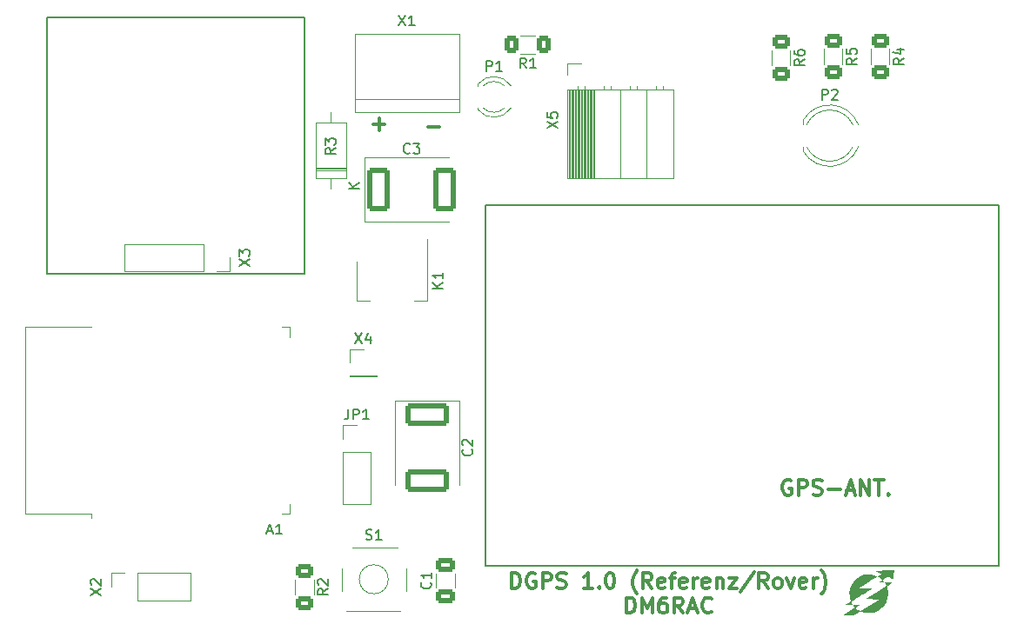
<source format=gto>
%TF.GenerationSoftware,KiCad,Pcbnew,(6.0.4-0)*%
%TF.CreationDate,2022-11-11T12:05:06+01:00*%
%TF.ProjectId,DGPS_0.1,44475053-5f30-42e3-912e-6b696361645f,rev?*%
%TF.SameCoordinates,Original*%
%TF.FileFunction,Legend,Top*%
%TF.FilePolarity,Positive*%
%FSLAX46Y46*%
G04 Gerber Fmt 4.6, Leading zero omitted, Abs format (unit mm)*
G04 Created by KiCad (PCBNEW (6.0.4-0)) date 2022-11-11 12:05:06*
%MOMM*%
%LPD*%
G01*
G04 APERTURE LIST*
G04 Aperture macros list*
%AMRoundRect*
0 Rectangle with rounded corners*
0 $1 Rounding radius*
0 $2 $3 $4 $5 $6 $7 $8 $9 X,Y pos of 4 corners*
0 Add a 4 corners polygon primitive as box body*
4,1,4,$2,$3,$4,$5,$6,$7,$8,$9,$2,$3,0*
0 Add four circle primitives for the rounded corners*
1,1,$1+$1,$2,$3*
1,1,$1+$1,$4,$5*
1,1,$1+$1,$6,$7*
1,1,$1+$1,$8,$9*
0 Add four rect primitives between the rounded corners*
20,1,$1+$1,$2,$3,$4,$5,0*
20,1,$1+$1,$4,$5,$6,$7,0*
20,1,$1+$1,$6,$7,$8,$9,0*
20,1,$1+$1,$8,$9,$2,$3,0*%
G04 Aperture macros list end*
%ADD10C,0.300000*%
%ADD11C,0.150000*%
%ADD12C,0.120000*%
%ADD13RoundRect,0.250000X-0.625000X0.400000X-0.625000X-0.400000X0.625000X-0.400000X0.625000X0.400000X0*%
%ADD14R,1.700000X1.700000*%
%ADD15R,2.200000X2.200000*%
%ADD16O,2.200000X2.200000*%
%ADD17O,1.700000X1.700000*%
%ADD18RoundRect,0.250000X-0.875000X-1.875000X0.875000X-1.875000X0.875000X1.875000X-0.875000X1.875000X0*%
%ADD19RoundRect,0.250000X0.400000X0.625000X-0.400000X0.625000X-0.400000X-0.625000X0.400000X-0.625000X0*%
%ADD20R,0.900000X2.000000*%
%ADD21R,2.000000X0.900000*%
%ADD22R,5.000000X5.000000*%
%ADD23RoundRect,0.250000X-1.875000X0.875000X-1.875000X-0.875000X1.875000X-0.875000X1.875000X0.875000X0*%
%ADD24R,1.800000X1.800000*%
%ADD25C,1.800000*%
%ADD26RoundRect,0.250000X0.650000X-0.412500X0.650000X0.412500X-0.650000X0.412500X-0.650000X-0.412500X0*%
%ADD27R,1.070000X1.800000*%
%ADD28O,1.070000X1.800000*%
%ADD29R,1.500000X2.000000*%
%ADD30R,3.800000X2.000000*%
%ADD31C,1.700000*%
%ADD32R,3.000000X3.000000*%
%ADD33C,3.000000*%
G04 APERTURE END LIST*
D10*
X179665857Y-86245000D02*
X179523000Y-86173571D01*
X179308714Y-86173571D01*
X179094428Y-86245000D01*
X178951571Y-86387857D01*
X178880142Y-86530714D01*
X178808714Y-86816428D01*
X178808714Y-87030714D01*
X178880142Y-87316428D01*
X178951571Y-87459285D01*
X179094428Y-87602142D01*
X179308714Y-87673571D01*
X179451571Y-87673571D01*
X179665857Y-87602142D01*
X179737285Y-87530714D01*
X179737285Y-87030714D01*
X179451571Y-87030714D01*
X180380142Y-87673571D02*
X180380142Y-86173571D01*
X180951571Y-86173571D01*
X181094428Y-86245000D01*
X181165857Y-86316428D01*
X181237285Y-86459285D01*
X181237285Y-86673571D01*
X181165857Y-86816428D01*
X181094428Y-86887857D01*
X180951571Y-86959285D01*
X180380142Y-86959285D01*
X181808714Y-87602142D02*
X182023000Y-87673571D01*
X182380142Y-87673571D01*
X182523000Y-87602142D01*
X182594428Y-87530714D01*
X182665857Y-87387857D01*
X182665857Y-87245000D01*
X182594428Y-87102142D01*
X182523000Y-87030714D01*
X182380142Y-86959285D01*
X182094428Y-86887857D01*
X181951571Y-86816428D01*
X181880142Y-86745000D01*
X181808714Y-86602142D01*
X181808714Y-86459285D01*
X181880142Y-86316428D01*
X181951571Y-86245000D01*
X182094428Y-86173571D01*
X182451571Y-86173571D01*
X182665857Y-86245000D01*
X183308714Y-87102142D02*
X184451571Y-87102142D01*
X185094428Y-87245000D02*
X185808714Y-87245000D01*
X184951571Y-87673571D02*
X185451571Y-86173571D01*
X185951571Y-87673571D01*
X186451571Y-87673571D02*
X186451571Y-86173571D01*
X187308714Y-87673571D01*
X187308714Y-86173571D01*
X187808714Y-86173571D02*
X188665857Y-86173571D01*
X188237285Y-87673571D02*
X188237285Y-86173571D01*
X189165857Y-87530714D02*
X189237285Y-87602142D01*
X189165857Y-87673571D01*
X189094428Y-87602142D01*
X189165857Y-87530714D01*
X189165857Y-87673571D01*
X144335571Y-51796142D02*
X145478428Y-51796142D01*
X139001571Y-51542142D02*
X140144428Y-51542142D01*
X139573000Y-52113571D02*
X139573000Y-50970714D01*
D11*
X107299000Y-41167000D02*
X132299000Y-41167000D01*
X132299000Y-41167000D02*
X132299000Y-66167000D01*
X132299000Y-66167000D02*
X107299000Y-66167000D01*
X107299000Y-66167000D02*
X107299000Y-41167000D01*
X149898000Y-59401000D02*
X199898000Y-59401000D01*
X199898000Y-59401000D02*
X199898000Y-94615000D01*
X199898000Y-94615000D02*
X149898000Y-94615000D01*
X149898000Y-94615000D02*
X149898000Y-59401000D01*
D10*
X152481285Y-96753071D02*
X152481285Y-95253071D01*
X152838428Y-95253071D01*
X153052714Y-95324500D01*
X153195571Y-95467357D01*
X153267000Y-95610214D01*
X153338428Y-95895928D01*
X153338428Y-96110214D01*
X153267000Y-96395928D01*
X153195571Y-96538785D01*
X153052714Y-96681642D01*
X152838428Y-96753071D01*
X152481285Y-96753071D01*
X154767000Y-95324500D02*
X154624142Y-95253071D01*
X154409857Y-95253071D01*
X154195571Y-95324500D01*
X154052714Y-95467357D01*
X153981285Y-95610214D01*
X153909857Y-95895928D01*
X153909857Y-96110214D01*
X153981285Y-96395928D01*
X154052714Y-96538785D01*
X154195571Y-96681642D01*
X154409857Y-96753071D01*
X154552714Y-96753071D01*
X154767000Y-96681642D01*
X154838428Y-96610214D01*
X154838428Y-96110214D01*
X154552714Y-96110214D01*
X155481285Y-96753071D02*
X155481285Y-95253071D01*
X156052714Y-95253071D01*
X156195571Y-95324500D01*
X156267000Y-95395928D01*
X156338428Y-95538785D01*
X156338428Y-95753071D01*
X156267000Y-95895928D01*
X156195571Y-95967357D01*
X156052714Y-96038785D01*
X155481285Y-96038785D01*
X156909857Y-96681642D02*
X157124142Y-96753071D01*
X157481285Y-96753071D01*
X157624142Y-96681642D01*
X157695571Y-96610214D01*
X157767000Y-96467357D01*
X157767000Y-96324500D01*
X157695571Y-96181642D01*
X157624142Y-96110214D01*
X157481285Y-96038785D01*
X157195571Y-95967357D01*
X157052714Y-95895928D01*
X156981285Y-95824500D01*
X156909857Y-95681642D01*
X156909857Y-95538785D01*
X156981285Y-95395928D01*
X157052714Y-95324500D01*
X157195571Y-95253071D01*
X157552714Y-95253071D01*
X157767000Y-95324500D01*
X160338428Y-96753071D02*
X159481285Y-96753071D01*
X159909857Y-96753071D02*
X159909857Y-95253071D01*
X159767000Y-95467357D01*
X159624142Y-95610214D01*
X159481285Y-95681642D01*
X160981285Y-96610214D02*
X161052714Y-96681642D01*
X160981285Y-96753071D01*
X160909857Y-96681642D01*
X160981285Y-96610214D01*
X160981285Y-96753071D01*
X161981285Y-95253071D02*
X162124142Y-95253071D01*
X162267000Y-95324500D01*
X162338428Y-95395928D01*
X162409857Y-95538785D01*
X162481285Y-95824500D01*
X162481285Y-96181642D01*
X162409857Y-96467357D01*
X162338428Y-96610214D01*
X162267000Y-96681642D01*
X162124142Y-96753071D01*
X161981285Y-96753071D01*
X161838428Y-96681642D01*
X161767000Y-96610214D01*
X161695571Y-96467357D01*
X161624142Y-96181642D01*
X161624142Y-95824500D01*
X161695571Y-95538785D01*
X161767000Y-95395928D01*
X161838428Y-95324500D01*
X161981285Y-95253071D01*
X164695571Y-97324500D02*
X164624142Y-97253071D01*
X164481285Y-97038785D01*
X164409857Y-96895928D01*
X164338428Y-96681642D01*
X164267000Y-96324500D01*
X164267000Y-96038785D01*
X164338428Y-95681642D01*
X164409857Y-95467357D01*
X164481285Y-95324500D01*
X164624142Y-95110214D01*
X164695571Y-95038785D01*
X166124142Y-96753071D02*
X165624142Y-96038785D01*
X165267000Y-96753071D02*
X165267000Y-95253071D01*
X165838428Y-95253071D01*
X165981285Y-95324500D01*
X166052714Y-95395928D01*
X166124142Y-95538785D01*
X166124142Y-95753071D01*
X166052714Y-95895928D01*
X165981285Y-95967357D01*
X165838428Y-96038785D01*
X165267000Y-96038785D01*
X167338428Y-96681642D02*
X167195571Y-96753071D01*
X166909857Y-96753071D01*
X166767000Y-96681642D01*
X166695571Y-96538785D01*
X166695571Y-95967357D01*
X166767000Y-95824500D01*
X166909857Y-95753071D01*
X167195571Y-95753071D01*
X167338428Y-95824500D01*
X167409857Y-95967357D01*
X167409857Y-96110214D01*
X166695571Y-96253071D01*
X167838428Y-95753071D02*
X168409857Y-95753071D01*
X168052714Y-96753071D02*
X168052714Y-95467357D01*
X168124142Y-95324500D01*
X168267000Y-95253071D01*
X168409857Y-95253071D01*
X169481285Y-96681642D02*
X169338428Y-96753071D01*
X169052714Y-96753071D01*
X168909857Y-96681642D01*
X168838428Y-96538785D01*
X168838428Y-95967357D01*
X168909857Y-95824500D01*
X169052714Y-95753071D01*
X169338428Y-95753071D01*
X169481285Y-95824500D01*
X169552714Y-95967357D01*
X169552714Y-96110214D01*
X168838428Y-96253071D01*
X170195571Y-96753071D02*
X170195571Y-95753071D01*
X170195571Y-96038785D02*
X170267000Y-95895928D01*
X170338428Y-95824500D01*
X170481285Y-95753071D01*
X170624142Y-95753071D01*
X171695571Y-96681642D02*
X171552714Y-96753071D01*
X171267000Y-96753071D01*
X171124142Y-96681642D01*
X171052714Y-96538785D01*
X171052714Y-95967357D01*
X171124142Y-95824500D01*
X171267000Y-95753071D01*
X171552714Y-95753071D01*
X171695571Y-95824500D01*
X171767000Y-95967357D01*
X171767000Y-96110214D01*
X171052714Y-96253071D01*
X172409857Y-95753071D02*
X172409857Y-96753071D01*
X172409857Y-95895928D02*
X172481285Y-95824500D01*
X172624142Y-95753071D01*
X172838428Y-95753071D01*
X172981285Y-95824500D01*
X173052714Y-95967357D01*
X173052714Y-96753071D01*
X173624142Y-95753071D02*
X174409857Y-95753071D01*
X173624142Y-96753071D01*
X174409857Y-96753071D01*
X176052714Y-95181642D02*
X174767000Y-97110214D01*
X177409857Y-96753071D02*
X176909857Y-96038785D01*
X176552714Y-96753071D02*
X176552714Y-95253071D01*
X177124142Y-95253071D01*
X177267000Y-95324500D01*
X177338428Y-95395928D01*
X177409857Y-95538785D01*
X177409857Y-95753071D01*
X177338428Y-95895928D01*
X177267000Y-95967357D01*
X177124142Y-96038785D01*
X176552714Y-96038785D01*
X178267000Y-96753071D02*
X178124142Y-96681642D01*
X178052714Y-96610214D01*
X177981285Y-96467357D01*
X177981285Y-96038785D01*
X178052714Y-95895928D01*
X178124142Y-95824500D01*
X178267000Y-95753071D01*
X178481285Y-95753071D01*
X178624142Y-95824500D01*
X178695571Y-95895928D01*
X178767000Y-96038785D01*
X178767000Y-96467357D01*
X178695571Y-96610214D01*
X178624142Y-96681642D01*
X178481285Y-96753071D01*
X178267000Y-96753071D01*
X179267000Y-95753071D02*
X179624142Y-96753071D01*
X179981285Y-95753071D01*
X181124142Y-96681642D02*
X180981285Y-96753071D01*
X180695571Y-96753071D01*
X180552714Y-96681642D01*
X180481285Y-96538785D01*
X180481285Y-95967357D01*
X180552714Y-95824500D01*
X180695571Y-95753071D01*
X180981285Y-95753071D01*
X181124142Y-95824500D01*
X181195571Y-95967357D01*
X181195571Y-96110214D01*
X180481285Y-96253071D01*
X181838428Y-96753071D02*
X181838428Y-95753071D01*
X181838428Y-96038785D02*
X181909857Y-95895928D01*
X181981285Y-95824500D01*
X182124142Y-95753071D01*
X182267000Y-95753071D01*
X182624142Y-97324500D02*
X182695571Y-97253071D01*
X182838428Y-97038785D01*
X182909857Y-96895928D01*
X182981285Y-96681642D01*
X183052714Y-96324500D01*
X183052714Y-96038785D01*
X182981285Y-95681642D01*
X182909857Y-95467357D01*
X182838428Y-95324500D01*
X182695571Y-95110214D01*
X182624142Y-95038785D01*
X163659857Y-99168071D02*
X163659857Y-97668071D01*
X164017000Y-97668071D01*
X164231285Y-97739500D01*
X164374142Y-97882357D01*
X164445571Y-98025214D01*
X164517000Y-98310928D01*
X164517000Y-98525214D01*
X164445571Y-98810928D01*
X164374142Y-98953785D01*
X164231285Y-99096642D01*
X164017000Y-99168071D01*
X163659857Y-99168071D01*
X165159857Y-99168071D02*
X165159857Y-97668071D01*
X165659857Y-98739500D01*
X166159857Y-97668071D01*
X166159857Y-99168071D01*
X167517000Y-97668071D02*
X167231285Y-97668071D01*
X167088428Y-97739500D01*
X167017000Y-97810928D01*
X166874142Y-98025214D01*
X166802714Y-98310928D01*
X166802714Y-98882357D01*
X166874142Y-99025214D01*
X166945571Y-99096642D01*
X167088428Y-99168071D01*
X167374142Y-99168071D01*
X167517000Y-99096642D01*
X167588428Y-99025214D01*
X167659857Y-98882357D01*
X167659857Y-98525214D01*
X167588428Y-98382357D01*
X167517000Y-98310928D01*
X167374142Y-98239500D01*
X167088428Y-98239500D01*
X166945571Y-98310928D01*
X166874142Y-98382357D01*
X166802714Y-98525214D01*
X169159857Y-99168071D02*
X168659857Y-98453785D01*
X168302714Y-99168071D02*
X168302714Y-97668071D01*
X168874142Y-97668071D01*
X169017000Y-97739500D01*
X169088428Y-97810928D01*
X169159857Y-97953785D01*
X169159857Y-98168071D01*
X169088428Y-98310928D01*
X169017000Y-98382357D01*
X168874142Y-98453785D01*
X168302714Y-98453785D01*
X169731285Y-98739500D02*
X170445571Y-98739500D01*
X169588428Y-99168071D02*
X170088428Y-97668071D01*
X170588428Y-99168071D01*
X171945571Y-99025214D02*
X171874142Y-99096642D01*
X171659857Y-99168071D01*
X171517000Y-99168071D01*
X171302714Y-99096642D01*
X171159857Y-98953785D01*
X171088428Y-98810928D01*
X171017000Y-98525214D01*
X171017000Y-98310928D01*
X171088428Y-98025214D01*
X171159857Y-97882357D01*
X171302714Y-97739500D01*
X171517000Y-97668071D01*
X171659857Y-97668071D01*
X171874142Y-97739500D01*
X171945571Y-97810928D01*
D11*
X186041380Y-45124666D02*
X185565190Y-45458000D01*
X186041380Y-45696095D02*
X185041380Y-45696095D01*
X185041380Y-45315142D01*
X185089000Y-45219904D01*
X185136619Y-45172285D01*
X185231857Y-45124666D01*
X185374714Y-45124666D01*
X185469952Y-45172285D01*
X185517571Y-45219904D01*
X185565190Y-45315142D01*
X185565190Y-45696095D01*
X185041380Y-44219904D02*
X185041380Y-44696095D01*
X185517571Y-44743714D01*
X185469952Y-44696095D01*
X185422333Y-44600857D01*
X185422333Y-44362761D01*
X185469952Y-44267523D01*
X185517571Y-44219904D01*
X185612809Y-44172285D01*
X185850904Y-44172285D01*
X185946142Y-44219904D01*
X185993761Y-44267523D01*
X186041380Y-44362761D01*
X186041380Y-44600857D01*
X185993761Y-44696095D01*
X185946142Y-44743714D01*
X137239476Y-71925380D02*
X137906142Y-72925380D01*
X137906142Y-71925380D02*
X137239476Y-72925380D01*
X138715666Y-72258714D02*
X138715666Y-72925380D01*
X138477571Y-71877761D02*
X138239476Y-72592047D01*
X138858523Y-72592047D01*
X135326380Y-53887666D02*
X134850190Y-54221000D01*
X135326380Y-54459095D02*
X134326380Y-54459095D01*
X134326380Y-54078142D01*
X134374000Y-53982904D01*
X134421619Y-53935285D01*
X134516857Y-53887666D01*
X134659714Y-53887666D01*
X134754952Y-53935285D01*
X134802571Y-53982904D01*
X134850190Y-54078142D01*
X134850190Y-54459095D01*
X134326380Y-53554333D02*
X134326380Y-52935285D01*
X134707333Y-53268619D01*
X134707333Y-53125761D01*
X134754952Y-53030523D01*
X134802571Y-52982904D01*
X134897809Y-52935285D01*
X135135904Y-52935285D01*
X135231142Y-52982904D01*
X135278761Y-53030523D01*
X135326380Y-53125761D01*
X135326380Y-53411476D01*
X135278761Y-53506714D01*
X135231142Y-53554333D01*
X137612380Y-57792904D02*
X136612380Y-57792904D01*
X137612380Y-57221476D02*
X137040952Y-57650047D01*
X136612380Y-57221476D02*
X137183809Y-57792904D01*
X136580666Y-79306380D02*
X136580666Y-80020666D01*
X136533047Y-80163523D01*
X136437809Y-80258761D01*
X136294952Y-80306380D01*
X136199714Y-80306380D01*
X137056857Y-80306380D02*
X137056857Y-79306380D01*
X137437809Y-79306380D01*
X137533047Y-79354000D01*
X137580666Y-79401619D01*
X137628285Y-79496857D01*
X137628285Y-79639714D01*
X137580666Y-79734952D01*
X137533047Y-79782571D01*
X137437809Y-79830190D01*
X137056857Y-79830190D01*
X138580666Y-80306380D02*
X138009238Y-80306380D01*
X138294952Y-80306380D02*
X138294952Y-79306380D01*
X138199714Y-79449238D01*
X138104476Y-79544476D01*
X138009238Y-79592095D01*
X155938380Y-51935523D02*
X156938380Y-51268857D01*
X155938380Y-51268857D02*
X156938380Y-51935523D01*
X155938380Y-50411714D02*
X155938380Y-50887904D01*
X156414571Y-50935523D01*
X156366952Y-50887904D01*
X156319333Y-50792666D01*
X156319333Y-50554571D01*
X156366952Y-50459333D01*
X156414571Y-50411714D01*
X156509809Y-50364095D01*
X156747904Y-50364095D01*
X156843142Y-50411714D01*
X156890761Y-50459333D01*
X156938380Y-50554571D01*
X156938380Y-50792666D01*
X156890761Y-50887904D01*
X156843142Y-50935523D01*
X190613380Y-45124666D02*
X190137190Y-45458000D01*
X190613380Y-45696095D02*
X189613380Y-45696095D01*
X189613380Y-45315142D01*
X189661000Y-45219904D01*
X189708619Y-45172285D01*
X189803857Y-45124666D01*
X189946714Y-45124666D01*
X190041952Y-45172285D01*
X190089571Y-45219904D01*
X190137190Y-45315142D01*
X190137190Y-45696095D01*
X189946714Y-44267523D02*
X190613380Y-44267523D01*
X189565761Y-44505619D02*
X190280047Y-44743714D01*
X190280047Y-44124666D01*
X134606380Y-96813666D02*
X134130190Y-97147000D01*
X134606380Y-97385095D02*
X133606380Y-97385095D01*
X133606380Y-97004142D01*
X133654000Y-96908904D01*
X133701619Y-96861285D01*
X133796857Y-96813666D01*
X133939714Y-96813666D01*
X134034952Y-96861285D01*
X134082571Y-96908904D01*
X134130190Y-97004142D01*
X134130190Y-97385095D01*
X133701619Y-96432714D02*
X133654000Y-96385095D01*
X133606380Y-96289857D01*
X133606380Y-96051761D01*
X133654000Y-95956523D01*
X133701619Y-95908904D01*
X133796857Y-95861285D01*
X133892095Y-95861285D01*
X134034952Y-95908904D01*
X134606380Y-96480333D01*
X134606380Y-95861285D01*
X142581333Y-54319142D02*
X142533714Y-54366761D01*
X142390857Y-54414380D01*
X142295619Y-54414380D01*
X142152761Y-54366761D01*
X142057523Y-54271523D01*
X142009904Y-54176285D01*
X141962285Y-53985809D01*
X141962285Y-53842952D01*
X142009904Y-53652476D01*
X142057523Y-53557238D01*
X142152761Y-53462000D01*
X142295619Y-53414380D01*
X142390857Y-53414380D01*
X142533714Y-53462000D01*
X142581333Y-53509619D01*
X142914666Y-53414380D02*
X143533714Y-53414380D01*
X143200380Y-53795333D01*
X143343238Y-53795333D01*
X143438476Y-53842952D01*
X143486095Y-53890571D01*
X143533714Y-53985809D01*
X143533714Y-54223904D01*
X143486095Y-54319142D01*
X143438476Y-54366761D01*
X143343238Y-54414380D01*
X143057523Y-54414380D01*
X142962285Y-54366761D01*
X142914666Y-54319142D01*
X180961380Y-45251666D02*
X180485190Y-45585000D01*
X180961380Y-45823095D02*
X179961380Y-45823095D01*
X179961380Y-45442142D01*
X180009000Y-45346904D01*
X180056619Y-45299285D01*
X180151857Y-45251666D01*
X180294714Y-45251666D01*
X180389952Y-45299285D01*
X180437571Y-45346904D01*
X180485190Y-45442142D01*
X180485190Y-45823095D01*
X179961380Y-44394523D02*
X179961380Y-44585000D01*
X180009000Y-44680238D01*
X180056619Y-44727857D01*
X180199476Y-44823095D01*
X180389952Y-44870714D01*
X180770904Y-44870714D01*
X180866142Y-44823095D01*
X180913761Y-44775476D01*
X180961380Y-44680238D01*
X180961380Y-44489761D01*
X180913761Y-44394523D01*
X180866142Y-44346904D01*
X180770904Y-44299285D01*
X180532809Y-44299285D01*
X180437571Y-44346904D01*
X180389952Y-44394523D01*
X180342333Y-44489761D01*
X180342333Y-44680238D01*
X180389952Y-44775476D01*
X180437571Y-44823095D01*
X180532809Y-44870714D01*
X153884333Y-46087380D02*
X153551000Y-45611190D01*
X153312904Y-46087380D02*
X153312904Y-45087380D01*
X153693857Y-45087380D01*
X153789095Y-45135000D01*
X153836714Y-45182619D01*
X153884333Y-45277857D01*
X153884333Y-45420714D01*
X153836714Y-45515952D01*
X153789095Y-45563571D01*
X153693857Y-45611190D01*
X153312904Y-45611190D01*
X154836714Y-46087380D02*
X154265285Y-46087380D01*
X154551000Y-46087380D02*
X154551000Y-45087380D01*
X154455761Y-45230238D01*
X154360523Y-45325476D01*
X154265285Y-45373095D01*
X128700714Y-91186666D02*
X129176904Y-91186666D01*
X128605476Y-91472380D02*
X128938809Y-90472380D01*
X129272142Y-91472380D01*
X130129285Y-91472380D02*
X129557857Y-91472380D01*
X129843571Y-91472380D02*
X129843571Y-90472380D01*
X129748333Y-90615238D01*
X129653095Y-90710476D01*
X129557857Y-90758095D01*
X148579142Y-83224666D02*
X148626761Y-83272285D01*
X148674380Y-83415142D01*
X148674380Y-83510380D01*
X148626761Y-83653238D01*
X148531523Y-83748476D01*
X148436285Y-83796095D01*
X148245809Y-83843714D01*
X148102952Y-83843714D01*
X147912476Y-83796095D01*
X147817238Y-83748476D01*
X147722000Y-83653238D01*
X147674380Y-83510380D01*
X147674380Y-83415142D01*
X147722000Y-83272285D01*
X147769619Y-83224666D01*
X147769619Y-82843714D02*
X147722000Y-82796095D01*
X147674380Y-82700857D01*
X147674380Y-82462761D01*
X147722000Y-82367523D01*
X147769619Y-82319904D01*
X147864857Y-82272285D01*
X147960095Y-82272285D01*
X148102952Y-82319904D01*
X148674380Y-82891333D01*
X148674380Y-82272285D01*
X111505380Y-97431523D02*
X112505380Y-96764857D01*
X111505380Y-96764857D02*
X112505380Y-97431523D01*
X111600619Y-96431523D02*
X111553000Y-96383904D01*
X111505380Y-96288666D01*
X111505380Y-96050571D01*
X111553000Y-95955333D01*
X111600619Y-95907714D01*
X111695857Y-95860095D01*
X111791095Y-95860095D01*
X111933952Y-95907714D01*
X112505380Y-96479142D01*
X112505380Y-95860095D01*
X150005904Y-46387380D02*
X150005904Y-45387380D01*
X150386857Y-45387380D01*
X150482095Y-45435000D01*
X150529714Y-45482619D01*
X150577333Y-45577857D01*
X150577333Y-45720714D01*
X150529714Y-45815952D01*
X150482095Y-45863571D01*
X150386857Y-45911190D01*
X150005904Y-45911190D01*
X151529714Y-46387380D02*
X150958285Y-46387380D01*
X151244000Y-46387380D02*
X151244000Y-45387380D01*
X151148761Y-45530238D01*
X151053523Y-45625476D01*
X150958285Y-45673095D01*
X125958380Y-65344523D02*
X126958380Y-64677857D01*
X125958380Y-64677857D02*
X126958380Y-65344523D01*
X125958380Y-64392142D02*
X125958380Y-63773095D01*
X126339333Y-64106428D01*
X126339333Y-63963571D01*
X126386952Y-63868333D01*
X126434571Y-63820714D01*
X126529809Y-63773095D01*
X126767904Y-63773095D01*
X126863142Y-63820714D01*
X126910761Y-63868333D01*
X126958380Y-63963571D01*
X126958380Y-64249285D01*
X126910761Y-64344523D01*
X126863142Y-64392142D01*
X144557142Y-96178666D02*
X144604761Y-96226285D01*
X144652380Y-96369142D01*
X144652380Y-96464380D01*
X144604761Y-96607238D01*
X144509523Y-96702476D01*
X144414285Y-96750095D01*
X144223809Y-96797714D01*
X144080952Y-96797714D01*
X143890476Y-96750095D01*
X143795238Y-96702476D01*
X143700000Y-96607238D01*
X143652380Y-96464380D01*
X143652380Y-96369142D01*
X143700000Y-96226285D01*
X143747619Y-96178666D01*
X144652380Y-95226285D02*
X144652380Y-95797714D01*
X144652380Y-95512000D02*
X143652380Y-95512000D01*
X143795238Y-95607238D01*
X143890476Y-95702476D01*
X143938095Y-95797714D01*
X182692904Y-49162380D02*
X182692904Y-48162380D01*
X183073857Y-48162380D01*
X183169095Y-48210000D01*
X183216714Y-48257619D01*
X183264333Y-48352857D01*
X183264333Y-48495714D01*
X183216714Y-48590952D01*
X183169095Y-48638571D01*
X183073857Y-48686190D01*
X182692904Y-48686190D01*
X183645285Y-48257619D02*
X183692904Y-48210000D01*
X183788142Y-48162380D01*
X184026238Y-48162380D01*
X184121476Y-48210000D01*
X184169095Y-48257619D01*
X184216714Y-48352857D01*
X184216714Y-48448095D01*
X184169095Y-48590952D01*
X183597666Y-49162380D01*
X184216714Y-49162380D01*
X145795380Y-67540095D02*
X144795380Y-67540095D01*
X145795380Y-66968666D02*
X145223952Y-67397238D01*
X144795380Y-66968666D02*
X145366809Y-67540095D01*
X145795380Y-66016285D02*
X145795380Y-66587714D01*
X145795380Y-66302000D02*
X144795380Y-66302000D01*
X144938238Y-66397238D01*
X145033476Y-66492476D01*
X145081095Y-66587714D01*
X138303095Y-91989761D02*
X138445952Y-92037380D01*
X138684047Y-92037380D01*
X138779285Y-91989761D01*
X138826904Y-91942142D01*
X138874523Y-91846904D01*
X138874523Y-91751666D01*
X138826904Y-91656428D01*
X138779285Y-91608809D01*
X138684047Y-91561190D01*
X138493571Y-91513571D01*
X138398333Y-91465952D01*
X138350714Y-91418333D01*
X138303095Y-91323095D01*
X138303095Y-91227857D01*
X138350714Y-91132619D01*
X138398333Y-91085000D01*
X138493571Y-91037380D01*
X138731666Y-91037380D01*
X138874523Y-91085000D01*
X139826904Y-92037380D02*
X139255476Y-92037380D01*
X139541190Y-92037380D02*
X139541190Y-91037380D01*
X139445952Y-91180238D01*
X139350714Y-91275476D01*
X139255476Y-91323095D01*
X141468476Y-40946380D02*
X142135142Y-41946380D01*
X142135142Y-40946380D02*
X141468476Y-41946380D01*
X143039904Y-41946380D02*
X142468476Y-41946380D01*
X142754190Y-41946380D02*
X142754190Y-40946380D01*
X142658952Y-41089238D01*
X142563714Y-41184476D01*
X142468476Y-41232095D01*
G36*
X189702662Y-94964423D02*
G01*
X189704289Y-94995684D01*
X189700150Y-95071515D01*
X189691497Y-95179778D01*
X189679583Y-95308334D01*
X189665662Y-95445044D01*
X189650985Y-95577768D01*
X189636806Y-95694368D01*
X189624378Y-95782704D01*
X189614954Y-95830637D01*
X189612757Y-95835481D01*
X189582316Y-95831058D01*
X189511645Y-95808055D01*
X189412922Y-95770666D01*
X189348596Y-95744456D01*
X189238385Y-95699274D01*
X189148633Y-95664003D01*
X189091907Y-95643505D01*
X189079279Y-95640291D01*
X189047528Y-95654688D01*
X188981545Y-95691826D01*
X188895010Y-95743308D01*
X188801604Y-95800736D01*
X188715007Y-95855712D01*
X188648901Y-95899840D01*
X188618368Y-95923202D01*
X188620995Y-95958093D01*
X188660082Y-96020238D01*
X188697957Y-96065476D01*
X188803261Y-96182034D01*
X189200064Y-96189945D01*
X189596867Y-96197857D01*
X189333148Y-96361641D01*
X189221988Y-96430804D01*
X189127010Y-96490134D01*
X189059898Y-96532319D01*
X189034529Y-96548538D01*
X189018990Y-96575132D01*
X189022440Y-96629612D01*
X189046018Y-96723010D01*
X189055937Y-96756182D01*
X189120923Y-97065392D01*
X189131050Y-97381242D01*
X189086923Y-97696616D01*
X188989145Y-98004397D01*
X188940845Y-98112142D01*
X188773089Y-98396610D01*
X188565209Y-98640441D01*
X188316420Y-98844447D01*
X188112286Y-98966726D01*
X187906488Y-99061568D01*
X187706132Y-99124193D01*
X187487971Y-99160811D01*
X187340857Y-99172766D01*
X187197355Y-99178224D01*
X187082319Y-99173750D01*
X186970289Y-99156571D01*
X186835805Y-99123915D01*
X186798000Y-99113642D01*
X186674888Y-99079833D01*
X186567512Y-99050425D01*
X186491254Y-99029626D01*
X186467914Y-99023319D01*
X186415502Y-99029887D01*
X186324058Y-99068376D01*
X186191139Y-99139918D01*
X186096485Y-99195559D01*
X185783714Y-99383484D01*
X185257524Y-99383528D01*
X185092892Y-99382536D01*
X184951448Y-99379752D01*
X184841665Y-99375504D01*
X184772016Y-99370121D01*
X184750974Y-99363931D01*
X184751018Y-99363886D01*
X184780213Y-99344346D01*
X184851581Y-99300083D01*
X184958061Y-99235372D01*
X185092587Y-99154488D01*
X185248097Y-99061708D01*
X185356403Y-98997450D01*
X185942104Y-98650698D01*
X185881254Y-98595706D01*
X185819504Y-98531124D01*
X185764399Y-98462142D01*
X185708394Y-98383571D01*
X186046054Y-98383842D01*
X186383714Y-98384114D01*
X186198000Y-98500946D01*
X186105746Y-98559942D01*
X186031902Y-98608934D01*
X185990401Y-98638642D01*
X185987626Y-98641048D01*
X185990811Y-98672848D01*
X186033498Y-98725148D01*
X186106037Y-98789308D01*
X186198778Y-98856687D01*
X186290931Y-98912605D01*
X186426720Y-98987218D01*
X188325830Y-97855000D01*
X186898000Y-97826428D01*
X187948873Y-97187630D01*
X188999746Y-96548831D01*
X188802738Y-96197857D01*
X188479306Y-96189715D01*
X188155873Y-96181573D01*
X188348789Y-96060016D01*
X188541704Y-95938459D01*
X188448423Y-95849546D01*
X188367493Y-95780985D01*
X188267247Y-95707230D01*
X188217835Y-95674639D01*
X188080528Y-95588645D01*
X188267920Y-95476418D01*
X188455311Y-95364191D01*
X188168386Y-95241675D01*
X188053836Y-95191444D01*
X187963078Y-95149116D01*
X187906291Y-95119609D01*
X187892323Y-95108295D01*
X187923011Y-95102738D01*
X188002202Y-95093819D01*
X188121556Y-95082202D01*
X188272734Y-95068549D01*
X188447396Y-95053523D01*
X188637202Y-95037787D01*
X188833812Y-95022004D01*
X189028887Y-95006836D01*
X189214086Y-94992947D01*
X189381069Y-94980998D01*
X189521497Y-94971654D01*
X189627030Y-94965575D01*
X189689328Y-94963427D01*
X189702662Y-94964423D01*
G37*
G36*
X187312286Y-95419585D02*
G01*
X187480657Y-95429872D01*
X187611286Y-95445800D01*
X187723525Y-95470712D01*
X187836729Y-95507955D01*
X187848000Y-95512167D01*
X187945828Y-95551192D01*
X188018667Y-95584397D01*
X188053557Y-95605758D01*
X188054853Y-95608310D01*
X188031265Y-95626803D01*
X187964207Y-95671597D01*
X187859034Y-95739306D01*
X187721104Y-95826543D01*
X187555772Y-95929924D01*
X187368395Y-96046063D01*
X187164330Y-96171573D01*
X187144744Y-96183571D01*
X186234925Y-96740714D01*
X186923605Y-96755000D01*
X187612286Y-96769285D01*
X187469726Y-96860661D01*
X187412186Y-96896596D01*
X187312316Y-96957916D01*
X187176770Y-97040582D01*
X187012198Y-97140550D01*
X186825255Y-97253780D01*
X186622593Y-97376228D01*
X186435146Y-97489233D01*
X186231296Y-97612741D01*
X186043761Y-97727801D01*
X185878004Y-97830950D01*
X185739485Y-97918727D01*
X185633669Y-97987670D01*
X185566017Y-98034318D01*
X185541992Y-98055210D01*
X185541991Y-98055227D01*
X185553908Y-98095074D01*
X185585677Y-98165967D01*
X185612286Y-98218204D01*
X185652327Y-98296120D01*
X185678245Y-98351736D01*
X185683714Y-98367976D01*
X185656895Y-98373696D01*
X185583445Y-98378405D01*
X185473870Y-98381684D01*
X185338678Y-98383111D01*
X185305143Y-98383133D01*
X185141564Y-98381371D01*
X185032426Y-98376374D01*
X184975104Y-98367913D01*
X184966973Y-98355761D01*
X184969428Y-98353874D01*
X185011553Y-98326989D01*
X185089346Y-98278551D01*
X185189664Y-98216717D01*
X185249884Y-98179827D01*
X185374047Y-98099320D01*
X185447750Y-98040138D01*
X185472883Y-98000696D01*
X185471857Y-97993882D01*
X185403696Y-97759733D01*
X185364253Y-97498643D01*
X185354288Y-97229510D01*
X185374563Y-96971229D01*
X185421945Y-96755000D01*
X185542046Y-96456656D01*
X185706791Y-96184994D01*
X185910668Y-95946624D01*
X186148164Y-95748155D01*
X186371905Y-95615985D01*
X186579118Y-95522648D01*
X186763131Y-95461109D01*
X186944966Y-95426977D01*
X187145647Y-95415861D01*
X187312286Y-95419585D01*
G37*
D12*
X182859000Y-44230936D02*
X182859000Y-45685064D01*
X184679000Y-44230936D02*
X184679000Y-45685064D01*
X136719000Y-76073000D02*
X136719000Y-76133000D01*
X136719000Y-76073000D02*
X139379000Y-76073000D01*
X139379000Y-76073000D02*
X139379000Y-76133000D01*
X136719000Y-73473000D02*
X138049000Y-73473000D01*
X136719000Y-74803000D02*
X136719000Y-73473000D01*
X136719000Y-76133000D02*
X139379000Y-76133000D01*
X134874000Y-50362000D02*
X134874000Y-51382000D01*
X133404000Y-51382000D02*
X133404000Y-56822000D01*
X134874000Y-57842000D02*
X134874000Y-56822000D01*
X136344000Y-56822000D02*
X136344000Y-51382000D01*
X136344000Y-51382000D02*
X133404000Y-51382000D01*
X133404000Y-56042000D02*
X136344000Y-56042000D01*
X133404000Y-56822000D02*
X136344000Y-56822000D01*
X133404000Y-55922000D02*
X136344000Y-55922000D01*
X133404000Y-55802000D02*
X136344000Y-55802000D01*
X136084000Y-80854000D02*
X137414000Y-80854000D01*
X136084000Y-83454000D02*
X138744000Y-83454000D01*
X136084000Y-88594000D02*
X138744000Y-88594000D01*
X138744000Y-83454000D02*
X138744000Y-88594000D01*
X136084000Y-83454000D02*
X136084000Y-88594000D01*
X136084000Y-82184000D02*
X136084000Y-80854000D01*
X160289805Y-56836000D02*
X160289805Y-48206000D01*
X160526000Y-56836000D02*
X160526000Y-48206000D01*
X157926000Y-45636000D02*
X159256000Y-45636000D01*
X166516000Y-48206000D02*
X166516000Y-47796000D01*
X163066000Y-56836000D02*
X163066000Y-48206000D01*
X160407900Y-56836000D02*
X160407900Y-48206000D01*
X159108855Y-56836000D02*
X159108855Y-48206000D01*
X158518380Y-56836000D02*
X158518380Y-48206000D01*
X157926000Y-56836000D02*
X157926000Y-48206000D01*
X158636475Y-56836000D02*
X158636475Y-48206000D01*
X164696000Y-48206000D02*
X164696000Y-47796000D01*
X160053615Y-56836000D02*
X160053615Y-48206000D01*
X158754570Y-56836000D02*
X158754570Y-48206000D01*
X158896000Y-48206000D02*
X158896000Y-47856000D01*
X158400285Y-56836000D02*
X158400285Y-48206000D01*
X157926000Y-46746000D02*
X157926000Y-45636000D01*
X162156000Y-48206000D02*
X162156000Y-47796000D01*
X159699330Y-56836000D02*
X159699330Y-48206000D01*
X168206000Y-56836000D02*
X168206000Y-48206000D01*
X158046000Y-56836000D02*
X158046000Y-48206000D01*
X157926000Y-56836000D02*
X168206000Y-56836000D01*
X167236000Y-48206000D02*
X167236000Y-47796000D01*
X159463140Y-56836000D02*
X159463140Y-48206000D01*
X159345045Y-56836000D02*
X159345045Y-48206000D01*
X163976000Y-48206000D02*
X163976000Y-47796000D01*
X165606000Y-56836000D02*
X165606000Y-48206000D01*
X159581235Y-56836000D02*
X159581235Y-48206000D01*
X159817425Y-56836000D02*
X159817425Y-48206000D01*
X157926000Y-48206000D02*
X168206000Y-48206000D01*
X158282190Y-56836000D02*
X158282190Y-48206000D01*
X158872665Y-56836000D02*
X158872665Y-48206000D01*
X160171710Y-56836000D02*
X160171710Y-48206000D01*
X158164095Y-56836000D02*
X158164095Y-48206000D01*
X159935520Y-56836000D02*
X159935520Y-48206000D01*
X158990760Y-56836000D02*
X158990760Y-48206000D01*
X161436000Y-48206000D02*
X161436000Y-47796000D01*
X159226950Y-56836000D02*
X159226950Y-48206000D01*
X159616000Y-48206000D02*
X159616000Y-47856000D01*
X187431000Y-44230936D02*
X187431000Y-45685064D01*
X189251000Y-44230936D02*
X189251000Y-45685064D01*
X133244000Y-95919936D02*
X133244000Y-97374064D01*
X131424000Y-95919936D02*
X131424000Y-97374064D01*
X138163000Y-61022000D02*
X146398000Y-61022000D01*
X146398000Y-54802000D02*
X138163000Y-54802000D01*
X138163000Y-54802000D02*
X138163000Y-61022000D01*
X177779000Y-44357936D02*
X177779000Y-45812064D01*
X179599000Y-44357936D02*
X179599000Y-45812064D01*
X154778064Y-42905000D02*
X153323936Y-42905000D01*
X154778064Y-44725000D02*
X153323936Y-44725000D01*
X105120000Y-89530000D02*
X111540000Y-89530000D01*
X130865000Y-71290000D02*
X130865000Y-72290000D01*
X111540000Y-89530000D02*
X111540000Y-89910000D01*
X130085000Y-71290000D02*
X130865000Y-71290000D01*
X105120000Y-89530000D02*
X105120000Y-71290000D01*
X130865000Y-89530000D02*
X130865000Y-88530000D01*
X105120000Y-71290000D02*
X111540000Y-71290000D01*
X130085000Y-89530000D02*
X130865000Y-89530000D01*
X147382000Y-86708000D02*
X147382000Y-78473000D01*
X147382000Y-78473000D02*
X141162000Y-78473000D01*
X141162000Y-78473000D02*
X141162000Y-86708000D01*
X116093000Y-97952000D02*
X121233000Y-97952000D01*
X116093000Y-97952000D02*
X116093000Y-95292000D01*
X116093000Y-95292000D02*
X121233000Y-95292000D01*
X113493000Y-96622000D02*
X113493000Y-95292000D01*
X121233000Y-97952000D02*
X121233000Y-95292000D01*
X113493000Y-95292000D02*
X114823000Y-95292000D01*
X149184000Y-49975000D02*
X149184000Y-50131000D01*
X149184000Y-47659000D02*
X149184000Y-47815000D01*
X149184000Y-50130516D02*
G75*
G03*
X152416335Y-49973608I1560000J1235516D01*
G01*
X152416335Y-47816392D02*
G75*
G03*
X149184000Y-47659484I-1672335J-1078608D01*
G01*
X149703039Y-49975000D02*
G75*
G03*
X151785130Y-49974837I1040961J1080000D01*
G01*
X151785130Y-47815163D02*
G75*
G03*
X149703039Y-47815000I-1041130J-1079837D01*
G01*
X122466000Y-63205000D02*
X122466000Y-65865000D01*
X125066000Y-64535000D02*
X125066000Y-65865000D01*
X114786000Y-63205000D02*
X114786000Y-65865000D01*
X125066000Y-65865000D02*
X123736000Y-65865000D01*
X122466000Y-63205000D02*
X114786000Y-63205000D01*
X122466000Y-65865000D02*
X114786000Y-65865000D01*
X145140000Y-96723252D02*
X145140000Y-95300748D01*
X146960000Y-96723252D02*
X146960000Y-95300748D01*
X180871000Y-53750000D02*
X180871000Y-54215000D01*
X180871000Y-51125000D02*
X180871000Y-51590000D01*
X181176316Y-53750000D02*
G75*
G03*
X185685479Y-53750429I2254684J1080000D01*
G01*
X185685479Y-51589571D02*
G75*
G03*
X181176316Y-51590000I-2254479J-1080429D01*
G01*
X186218815Y-51589173D02*
G75*
G03*
X180871000Y-51125170I-2787815J-1080827D01*
G01*
X180871000Y-54214830D02*
G75*
G03*
X186218815Y-53750827I2560000J1544830D01*
G01*
X144253000Y-68712000D02*
X142993000Y-68712000D01*
X137433000Y-64952000D02*
X137433000Y-68712000D01*
X137433000Y-68712000D02*
X138693000Y-68712000D01*
X144253000Y-62702000D02*
X144253000Y-68712000D01*
X142185000Y-94835000D02*
X142185000Y-97035000D01*
X135945000Y-97035000D02*
X135945000Y-94835000D01*
X137015000Y-92765000D02*
X141415000Y-92765000D01*
X136415000Y-99005000D02*
X141615000Y-99005000D01*
X140479214Y-95885000D02*
G75*
G03*
X140479214Y-95885000I-1414214J0D01*
G01*
X147358000Y-42764000D02*
X137198000Y-42764000D01*
X137198000Y-42764000D02*
X137198000Y-50384000D01*
X147358000Y-49114000D02*
X137198000Y-49114000D01*
X147358000Y-50384000D02*
X147358000Y-42764000D01*
X137198000Y-50384000D02*
X147358000Y-50384000D01*
%LPC*%
D13*
X183769000Y-43408000D03*
X183769000Y-46508000D03*
D14*
X138049000Y-74803000D03*
D15*
X134874000Y-59182000D03*
D16*
X134874000Y-49022000D03*
D14*
X137414000Y-82184000D03*
D17*
X137414000Y-84724000D03*
X137414000Y-87264000D03*
D14*
X159256000Y-46746000D03*
D17*
X161796000Y-46746000D03*
X164336000Y-46746000D03*
X166876000Y-46746000D03*
D13*
X188341000Y-43408000D03*
X188341000Y-46508000D03*
X132334000Y-95097000D03*
X132334000Y-98197000D03*
D18*
X139548000Y-57912000D03*
X145948000Y-57912000D03*
D13*
X178689000Y-43535000D03*
X178689000Y-46635000D03*
D19*
X155601000Y-43815000D03*
X152501000Y-43815000D03*
D20*
X112730000Y-88910000D03*
X114000000Y-88910000D03*
X115270000Y-88910000D03*
X116540000Y-88910000D03*
X117810000Y-88910000D03*
X119080000Y-88910000D03*
X120350000Y-88910000D03*
X121620000Y-88910000D03*
X122890000Y-88910000D03*
X124160000Y-88910000D03*
X125430000Y-88910000D03*
X126700000Y-88910000D03*
X127970000Y-88910000D03*
X129240000Y-88910000D03*
D21*
X130240000Y-86125000D03*
X130240000Y-84855000D03*
X130240000Y-83585000D03*
X130240000Y-82315000D03*
X130240000Y-81045000D03*
X130240000Y-79775000D03*
X130240000Y-78505000D03*
X130240000Y-77235000D03*
X130240000Y-75965000D03*
X130240000Y-74695000D03*
D20*
X129240000Y-71910000D03*
X127970000Y-71910000D03*
X126700000Y-71910000D03*
X125430000Y-71910000D03*
X124160000Y-71910000D03*
X122890000Y-71910000D03*
X121620000Y-71910000D03*
X120350000Y-71910000D03*
X119080000Y-71910000D03*
X117810000Y-71910000D03*
X116540000Y-71910000D03*
X115270000Y-71910000D03*
X114000000Y-71910000D03*
X112730000Y-71910000D03*
D22*
X120230000Y-81410000D03*
D23*
X144272000Y-79858000D03*
X144272000Y-86258000D03*
D14*
X114823000Y-96622000D03*
D17*
X117363000Y-96622000D03*
X119903000Y-96622000D03*
D24*
X149474000Y-48895000D03*
D25*
X152014000Y-48895000D03*
D14*
X123736000Y-64535000D03*
D17*
X121196000Y-64535000D03*
X118656000Y-64535000D03*
X116116000Y-64535000D03*
D26*
X146050000Y-97574500D03*
X146050000Y-94449500D03*
D27*
X181526000Y-52670000D03*
D28*
X182796000Y-52670000D03*
X184066000Y-52670000D03*
X185336000Y-52670000D03*
D29*
X143143000Y-63652000D03*
D30*
X140843000Y-69952000D03*
D29*
X140843000Y-63652000D03*
X138543000Y-63652000D03*
D31*
X142315000Y-93635000D03*
D14*
X135815000Y-93635000D03*
D31*
X135815000Y-98135000D03*
X142315000Y-98135000D03*
D32*
X139738000Y-46574000D03*
D33*
X144818000Y-46574000D03*
M02*

</source>
